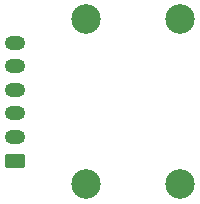
<source format=gbr>
%TF.GenerationSoftware,KiCad,Pcbnew,(6.0.9)*%
%TF.CreationDate,2023-01-09T21:32:37-09:00*%
%TF.ProjectId,ABSIS_Hall_Sensor,41425349-535f-4486-916c-6c5f53656e73,rev?*%
%TF.SameCoordinates,Original*%
%TF.FileFunction,Soldermask,Bot*%
%TF.FilePolarity,Negative*%
%FSLAX46Y46*%
G04 Gerber Fmt 4.6, Leading zero omitted, Abs format (unit mm)*
G04 Created by KiCad (PCBNEW (6.0.9)) date 2023-01-09 21:32:37*
%MOMM*%
%LPD*%
G01*
G04 APERTURE LIST*
G04 Aperture macros list*
%AMRoundRect*
0 Rectangle with rounded corners*
0 $1 Rounding radius*
0 $2 $3 $4 $5 $6 $7 $8 $9 X,Y pos of 4 corners*
0 Add a 4 corners polygon primitive as box body*
4,1,4,$2,$3,$4,$5,$6,$7,$8,$9,$2,$3,0*
0 Add four circle primitives for the rounded corners*
1,1,$1+$1,$2,$3*
1,1,$1+$1,$4,$5*
1,1,$1+$1,$6,$7*
1,1,$1+$1,$8,$9*
0 Add four rect primitives between the rounded corners*
20,1,$1+$1,$2,$3,$4,$5,0*
20,1,$1+$1,$4,$5,$6,$7,0*
20,1,$1+$1,$6,$7,$8,$9,0*
20,1,$1+$1,$8,$9,$2,$3,0*%
G04 Aperture macros list end*
%ADD10O,1.750000X1.200000*%
%ADD11RoundRect,0.249999X0.625001X-0.350001X0.625001X0.350001X-0.625001X0.350001X-0.625001X-0.350001X0*%
%ADD12C,2.500000*%
G04 APERTURE END LIST*
D10*
%TO.C,J1*%
X3000000Y-5000000D03*
X3000000Y-7000000D03*
X3000000Y-9000000D03*
X3000000Y-11000000D03*
X3000000Y-13000000D03*
D11*
X3000000Y-15000000D03*
%TD*%
D12*
%TO.C,H2*%
X9000000Y-17000000D03*
%TD*%
%TO.C,H1*%
X9000000Y-3000000D03*
%TD*%
%TO.C,H4*%
X17000000Y-3000000D03*
%TD*%
%TO.C,H3*%
X17000000Y-17000000D03*
%TD*%
M02*

</source>
